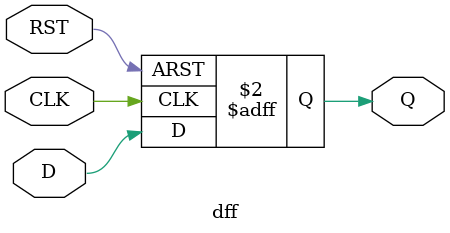
<source format=v>
module dff (
    input wire D,       // 1-bit input
    input wire CLK,     // Clock input
    input wire RST,     // Asynchronous reset
    output reg Q        // 1-bit output
);

always @(posedge CLK or posedge RST) begin
Q <= 1'b0;
    if (RST)
        Q <= 1'b0;
    else
        Q <= D;
end

endmodule

</source>
